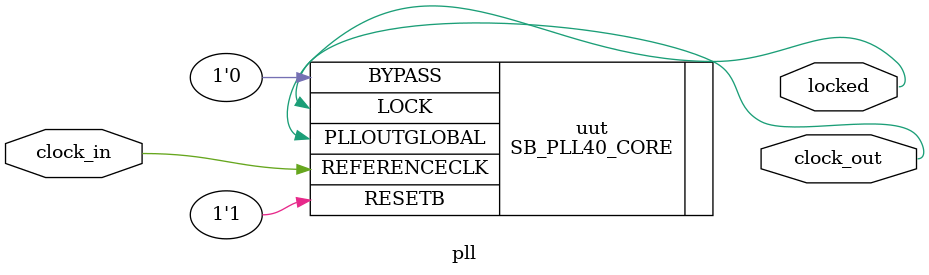
<source format=v>
/**
 * PLL configuration
 *
 * This Verilog module was generated automatically
 * using the icepll tool from the IceStorm project.
 * Use at your own risk.
 *
 * Given input frequency:        12.000 MHz
 * Requested output frequency:   19.200 MHz
 * Achieved output frequency:    19.125 MHz
 */

module pll(
	input  clock_in,
	output clock_out,
	output locked
	);

SB_PLL40_CORE #(
		.FEEDBACK_PATH("SIMPLE"),
		.DIVR(4'b0000),		// DIVR =  1
		.DIVF(7'b0110010),	// DIVF = 50
		.DIVQ(3'b101),		// DIVQ =  5
		.FILTER_RANGE(3'b001)	// FILTER_RANGE = 1
	) uut (
		.LOCK(locked),
		.RESETB(1'b1),
		.BYPASS(1'b0),
		.REFERENCECLK(clock_in),
		.PLLOUTGLOBAL(clock_out)
		);

endmodule

</source>
